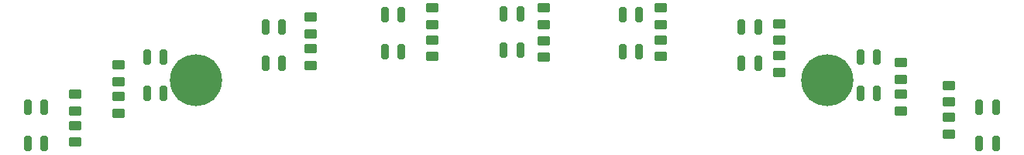
<source format=gbr>
%TF.GenerationSoftware,KiCad,Pcbnew,9.0.1*%
%TF.CreationDate,2025-05-09T11:22:53+02:00*%
%TF.ProjectId,FL-Zetor-Senzor,464c2d5a-6574-46f7-922d-53656e7a6f72,rev?*%
%TF.SameCoordinates,Original*%
%TF.FileFunction,Soldermask,Bot*%
%TF.FilePolarity,Negative*%
%FSLAX46Y46*%
G04 Gerber Fmt 4.6, Leading zero omitted, Abs format (unit mm)*
G04 Created by KiCad (PCBNEW 9.0.1) date 2025-05-09 11:22:53*
%MOMM*%
%LPD*%
G01*
G04 APERTURE LIST*
G04 Aperture macros list*
%AMRoundRect*
0 Rectangle with rounded corners*
0 $1 Rounding radius*
0 $2 $3 $4 $5 $6 $7 $8 $9 X,Y pos of 4 corners*
0 Add a 4 corners polygon primitive as box body*
4,1,4,$2,$3,$4,$5,$6,$7,$8,$9,$2,$3,0*
0 Add four circle primitives for the rounded corners*
1,1,$1+$1,$2,$3*
1,1,$1+$1,$4,$5*
1,1,$1+$1,$6,$7*
1,1,$1+$1,$8,$9*
0 Add four rect primitives between the rounded corners*
20,1,$1+$1,$2,$3,$4,$5,0*
20,1,$1+$1,$4,$5,$6,$7,0*
20,1,$1+$1,$6,$7,$8,$9,0*
20,1,$1+$1,$8,$9,$2,$3,0*%
G04 Aperture macros list end*
%ADD10C,5.700000*%
%ADD11RoundRect,0.250000X0.450000X-0.262500X0.450000X0.262500X-0.450000X0.262500X-0.450000X-0.262500X0*%
%ADD12RoundRect,0.197500X0.197500X0.632500X-0.197500X0.632500X-0.197500X-0.632500X0.197500X-0.632500X0*%
G04 APERTURE END LIST*
D10*
%TO.C,H1*%
X173250000Y-101750000D03*
%TD*%
%TO.C,H2*%
X104250000Y-101750000D03*
%TD*%
D11*
%TO.C,R2*%
X91000016Y-108575000D03*
X91000016Y-106750000D03*
%TD*%
%TO.C,R6*%
X116750016Y-100162500D03*
X116750016Y-98337500D03*
%TD*%
%TO.C,R1*%
X91000000Y-105162500D03*
X91000000Y-103337500D03*
%TD*%
%TO.C,R8*%
X130000016Y-99162500D03*
X130000016Y-97337500D03*
%TD*%
D12*
%TO.C,U4*%
X126650000Y-94600000D03*
X126650000Y-98600000D03*
X124850000Y-98600000D03*
X124850000Y-94600000D03*
%TD*%
%TO.C,U2*%
X100650000Y-99250000D03*
X100650000Y-103250000D03*
X98850000Y-103250000D03*
X98850000Y-99250000D03*
%TD*%
D11*
%TO.C,R5*%
X116750000Y-96662500D03*
X116750000Y-94837500D03*
%TD*%
%TO.C,R17*%
X186500000Y-104162500D03*
X186500000Y-102337500D03*
%TD*%
D12*
%TO.C,U3*%
X113650000Y-95950000D03*
X113650000Y-99950000D03*
X111850000Y-99950000D03*
X111850000Y-95950000D03*
%TD*%
D11*
%TO.C,R10*%
X142250016Y-99250000D03*
X142250016Y-97425000D03*
%TD*%
%TO.C,R12*%
X155000016Y-99162500D03*
X155000016Y-97337500D03*
%TD*%
D12*
%TO.C,U6*%
X152620016Y-94610000D03*
X152620016Y-98610000D03*
X150820016Y-98610000D03*
X150820016Y-94610000D03*
%TD*%
D11*
%TO.C,R9*%
X142250000Y-95662500D03*
X142250000Y-93837500D03*
%TD*%
D12*
%TO.C,U7*%
X165650000Y-95950000D03*
X165650000Y-99950000D03*
X163850000Y-99950000D03*
X163850000Y-95950000D03*
%TD*%
D11*
%TO.C,R7*%
X130000016Y-95662500D03*
X130000016Y-93837500D03*
%TD*%
%TO.C,R14*%
X168000016Y-100912500D03*
X168000016Y-99087500D03*
%TD*%
D12*
%TO.C,U1*%
X87650000Y-104750000D03*
X87650000Y-108750000D03*
X85850000Y-108750000D03*
X85850000Y-104750000D03*
%TD*%
%TO.C,U5*%
X139650000Y-94500000D03*
X139650000Y-98500000D03*
X137850000Y-98500000D03*
X137850000Y-94500000D03*
%TD*%
D11*
%TO.C,R18*%
X186500000Y-107662500D03*
X186500000Y-105837500D03*
%TD*%
%TO.C,R15*%
X181250000Y-101662500D03*
X181250000Y-99837500D03*
%TD*%
%TO.C,R3*%
X95750000Y-101912500D03*
X95750000Y-100087500D03*
%TD*%
%TO.C,R13*%
X168000016Y-97412500D03*
X168000016Y-95587500D03*
%TD*%
%TO.C,R11*%
X155000000Y-95662500D03*
X155000000Y-93837500D03*
%TD*%
%TO.C,R16*%
X181250000Y-105162500D03*
X181250000Y-103337500D03*
%TD*%
D12*
%TO.C,U8*%
X178650000Y-99250000D03*
X178650000Y-103250000D03*
X176850000Y-103250000D03*
X176850000Y-99250000D03*
%TD*%
%TO.C,U9*%
X191650000Y-104750000D03*
X191650000Y-108750000D03*
X189850000Y-108750000D03*
X189850000Y-104750000D03*
%TD*%
D11*
%TO.C,R4*%
X95750016Y-105412500D03*
X95750016Y-103587500D03*
%TD*%
M02*

</source>
